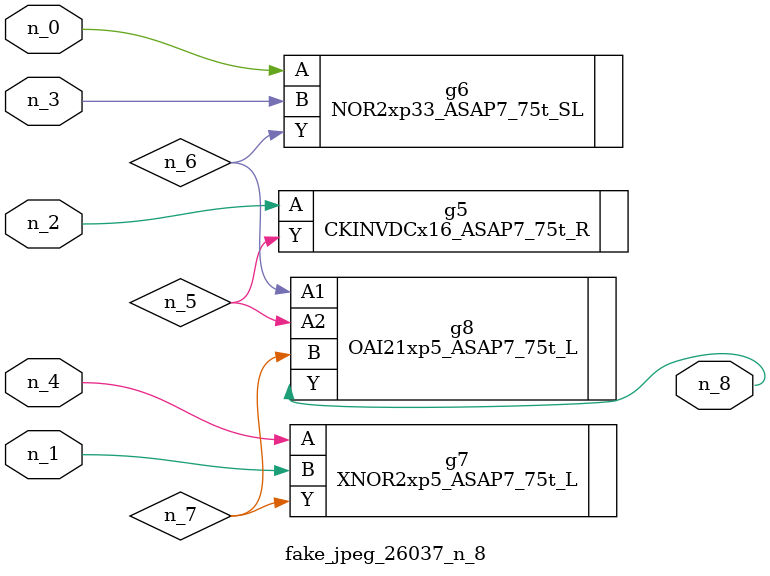
<source format=v>
module fake_jpeg_26037_n_8 (n_3, n_2, n_1, n_0, n_4, n_8);

input n_3;
input n_2;
input n_1;
input n_0;
input n_4;

output n_8;

wire n_6;
wire n_5;
wire n_7;

CKINVDCx16_ASAP7_75t_R g5 ( 
.A(n_2),
.Y(n_5)
);

NOR2xp33_ASAP7_75t_SL g6 ( 
.A(n_0),
.B(n_3),
.Y(n_6)
);

XNOR2xp5_ASAP7_75t_L g7 ( 
.A(n_4),
.B(n_1),
.Y(n_7)
);

OAI21xp5_ASAP7_75t_L g8 ( 
.A1(n_6),
.A2(n_5),
.B(n_7),
.Y(n_8)
);


endmodule
</source>
